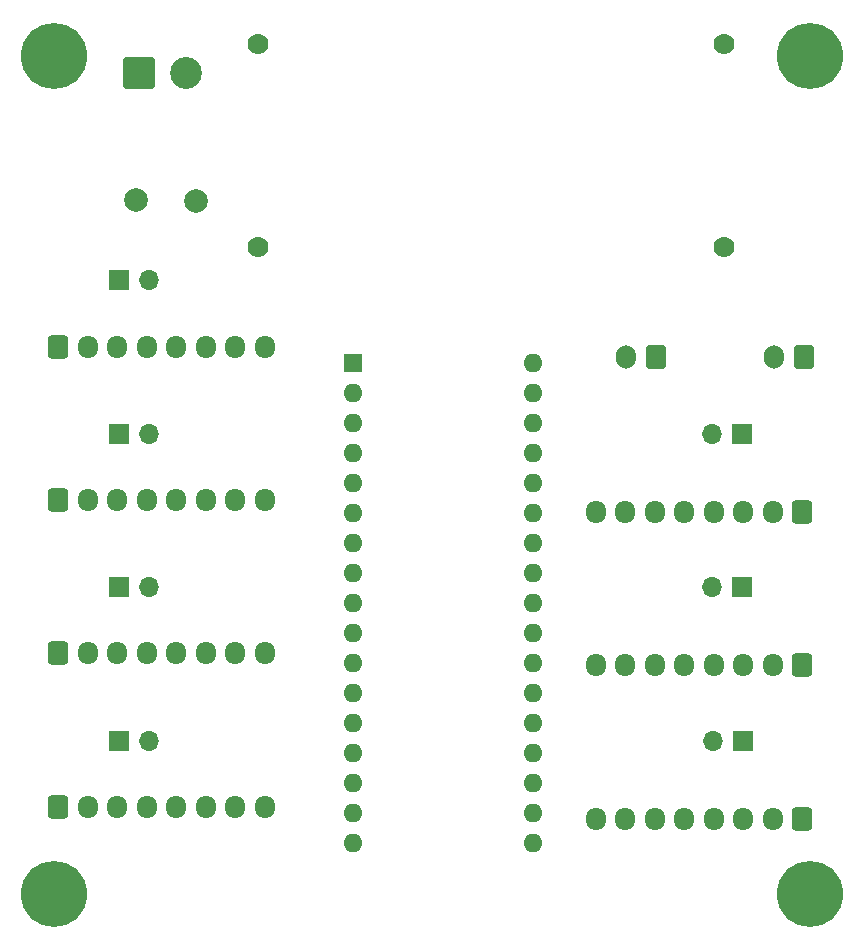
<source format=gbr>
%TF.GenerationSoftware,KiCad,Pcbnew,7.0.2-0*%
%TF.CreationDate,2024-10-30T20:34:36-04:00*%
%TF.ProjectId,motherboard,6d6f7468-6572-4626-9f61-72642e6b6963,rev?*%
%TF.SameCoordinates,Original*%
%TF.FileFunction,Soldermask,Bot*%
%TF.FilePolarity,Negative*%
%FSLAX46Y46*%
G04 Gerber Fmt 4.6, Leading zero omitted, Abs format (unit mm)*
G04 Created by KiCad (PCBNEW 7.0.2-0) date 2024-10-30 20:34:36*
%MOMM*%
%LPD*%
G01*
G04 APERTURE LIST*
G04 Aperture macros list*
%AMRoundRect*
0 Rectangle with rounded corners*
0 $1 Rounding radius*
0 $2 $3 $4 $5 $6 $7 $8 $9 X,Y pos of 4 corners*
0 Add a 4 corners polygon primitive as box body*
4,1,4,$2,$3,$4,$5,$6,$7,$8,$9,$2,$3,0*
0 Add four circle primitives for the rounded corners*
1,1,$1+$1,$2,$3*
1,1,$1+$1,$4,$5*
1,1,$1+$1,$6,$7*
1,1,$1+$1,$8,$9*
0 Add four rect primitives between the rounded corners*
20,1,$1+$1,$2,$3,$4,$5,0*
20,1,$1+$1,$4,$5,$6,$7,0*
20,1,$1+$1,$6,$7,$8,$9,0*
20,1,$1+$1,$8,$9,$2,$3,0*%
G04 Aperture macros list end*
%ADD10RoundRect,0.250000X0.600000X0.725000X-0.600000X0.725000X-0.600000X-0.725000X0.600000X-0.725000X0*%
%ADD11O,1.700000X1.950000*%
%ADD12R,1.700000X1.700000*%
%ADD13O,1.700000X1.700000*%
%ADD14RoundRect,0.250000X0.600000X0.750000X-0.600000X0.750000X-0.600000X-0.750000X0.600000X-0.750000X0*%
%ADD15O,1.700000X2.000000*%
%ADD16RoundRect,0.250000X-0.600000X-0.725000X0.600000X-0.725000X0.600000X0.725000X-0.600000X0.725000X0*%
%ADD17C,5.600000*%
%ADD18C,2.000000*%
%ADD19C,1.778000*%
%ADD20RoundRect,0.250001X-1.099999X-1.099999X1.099999X-1.099999X1.099999X1.099999X-1.099999X1.099999X0*%
%ADD21C,2.700000*%
%ADD22R,1.600000X1.600000*%
%ADD23O,1.600000X1.600000*%
G04 APERTURE END LIST*
D10*
%TO.C,J8*%
X110380000Y-88605000D03*
D11*
X107880000Y-88605000D03*
X105380000Y-88605000D03*
X102880000Y-88605000D03*
X100380000Y-88605000D03*
X97880000Y-88605000D03*
X95380000Y-88605000D03*
X92880000Y-88605000D03*
%TD*%
D12*
%TO.C,J17*%
X52500000Y-82000000D03*
D13*
X55040000Y-82000000D03*
%TD*%
D14*
%TO.C,J10*%
X98000000Y-62500000D03*
D15*
X95500000Y-62500000D03*
%TD*%
D12*
%TO.C,J12*%
X52500000Y-95000000D03*
D13*
X55040000Y-95000000D03*
%TD*%
D10*
%TO.C,J9*%
X110380000Y-101605000D03*
D11*
X107880000Y-101605000D03*
X105380000Y-101605000D03*
X102880000Y-101605000D03*
X100380000Y-101605000D03*
X97880000Y-101605000D03*
X95380000Y-101605000D03*
X92880000Y-101605000D03*
%TD*%
D16*
%TO.C,J3*%
X47380000Y-74605000D03*
D11*
X49880000Y-74605000D03*
X52380000Y-74605000D03*
X54880000Y-74605000D03*
X57380000Y-74605000D03*
X59880000Y-74605000D03*
X62380000Y-74605000D03*
X64880000Y-74605000D03*
%TD*%
D17*
%TO.C,H1*%
X47000000Y-37000000D03*
%TD*%
D10*
%TO.C,J4*%
X110380000Y-75605000D03*
D11*
X107880000Y-75605000D03*
X105380000Y-75605000D03*
X102880000Y-75605000D03*
X100380000Y-75605000D03*
X97880000Y-75605000D03*
X95380000Y-75605000D03*
X92880000Y-75605000D03*
%TD*%
D12*
%TO.C,J14*%
X105275000Y-69000000D03*
D13*
X102735000Y-69000000D03*
%TD*%
D16*
%TO.C,J5*%
X47380000Y-87605000D03*
D11*
X49880000Y-87605000D03*
X52380000Y-87605000D03*
X54880000Y-87605000D03*
X57380000Y-87605000D03*
X59880000Y-87605000D03*
X62380000Y-87605000D03*
X64880000Y-87605000D03*
%TD*%
D18*
%TO.C,F1*%
X53960000Y-49250000D03*
X59040000Y-49260000D03*
%TD*%
D12*
%TO.C,J16*%
X105380000Y-95000000D03*
D13*
X102840000Y-95000000D03*
%TD*%
D12*
%TO.C,J13*%
X52500000Y-56000000D03*
D13*
X55040000Y-56000000D03*
%TD*%
D17*
%TO.C,H2*%
X111000000Y-37000000D03*
%TD*%
D16*
%TO.C,J7*%
X47380000Y-61685000D03*
D11*
X49880000Y-61685000D03*
X52380000Y-61685000D03*
X54880000Y-61685000D03*
X57380000Y-61685000D03*
X59880000Y-61685000D03*
X62380000Y-61685000D03*
X64880000Y-61685000D03*
%TD*%
D17*
%TO.C,H4*%
X47000000Y-108000000D03*
%TD*%
D19*
%TO.C,U2*%
X64271000Y-36033000D03*
X64271000Y-53178000D03*
X103769000Y-36033000D03*
X103769000Y-53178000D03*
%TD*%
D12*
%TO.C,J15*%
X105275000Y-82000000D03*
D13*
X102735000Y-82000000D03*
%TD*%
D20*
%TO.C,J1*%
X54242500Y-38450000D03*
D21*
X58202500Y-38450000D03*
%TD*%
D14*
%TO.C,J2*%
X110500000Y-62500000D03*
D15*
X108000000Y-62500000D03*
%TD*%
D22*
%TO.C,U1*%
X72380000Y-63045000D03*
D23*
X72380000Y-65585000D03*
X72380000Y-68125000D03*
X72380000Y-70665000D03*
X72380000Y-73205000D03*
X72380000Y-75745000D03*
X72380000Y-78285000D03*
X72380000Y-80825000D03*
X72380000Y-83365000D03*
X72380000Y-85905000D03*
X72380000Y-88445000D03*
X72380000Y-90985000D03*
X72380000Y-93525000D03*
X72380000Y-96065000D03*
X72380000Y-98605000D03*
X72380000Y-101145000D03*
X72380000Y-103685000D03*
X87620000Y-103685000D03*
X87620000Y-101145000D03*
X87620000Y-98605000D03*
X87620000Y-96065000D03*
X87620000Y-93525000D03*
X87620000Y-90985000D03*
X87620000Y-88445000D03*
X87620000Y-85905000D03*
X87620000Y-83365000D03*
X87620000Y-80825000D03*
X87620000Y-78285000D03*
X87620000Y-75745000D03*
X87620000Y-73205000D03*
X87620000Y-70665000D03*
X87620000Y-68125000D03*
X87620000Y-65585000D03*
X87620000Y-63045000D03*
%TD*%
D12*
%TO.C,J11*%
X52500000Y-69000000D03*
D13*
X55040000Y-69000000D03*
%TD*%
D16*
%TO.C,J6*%
X47380000Y-100605000D03*
D11*
X49880000Y-100605000D03*
X52380000Y-100605000D03*
X54880000Y-100605000D03*
X57380000Y-100605000D03*
X59880000Y-100605000D03*
X62380000Y-100605000D03*
X64880000Y-100605000D03*
%TD*%
D17*
%TO.C,H3*%
X111000000Y-108000000D03*
%TD*%
M02*

</source>
